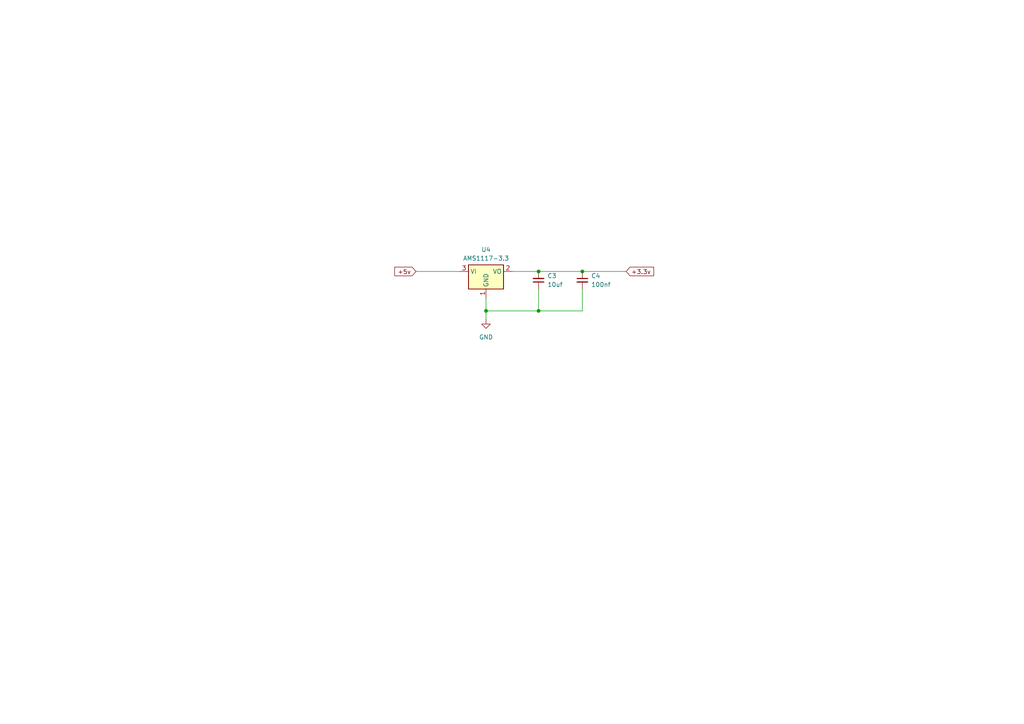
<source format=kicad_sch>
(kicad_sch (version 20230121) (generator eeschema)
  (paper "A4")
  (lib_symbols
    (symbol "Device:C_Small" (pin_numbers hide) (pin_names (offset 0.254) hide)
      (property "Reference" "C" (at 0.254 1.778 0))
      (property "Value" "C_Small" (at 0.254 -2.032 0))
      (symbol "C_Small_0_1"
        (polyline (pts (xy -1.524 -0.508) (xy 1.524 -0.508)) (stroke (width 0.3302)))
        (polyline (pts (xy -1.524 0.508) (xy 1.524 0.508)) (stroke (width 0.3048)))
      )
      (symbol "C_Small_1_1"
        (pin passive line (at 0 2.54 270) (length 2.032) (name "~") (number "1"))
        (pin passive line (at 0 -2.54 90) (length 2.032) (name "~") (number "2"))
      )
    )
    (symbol "Regulator_Linear:AMS1117-3.3"
      (property "Reference" "U" (at -3.81 3.175 0))
      (property "Value" "AMS1117-3.3" (at 0 3.175 0))
      (symbol "AMS1117-3.3_0_1"
        (rectangle (start -5.08 -5.08) (end 5.08 1.905) (stroke (width 0.254)) (fill (type background)))
      )
      (symbol "AMS1117-3.3_1_1"
        (pin power_in line (at 0 -7.62 90) (length 2.54) (name "GND") (number "1"))
        (pin power_out line (at 7.62 0 180) (length 2.54) (name "VO") (number "2"))
        (pin power_in line (at -7.62 0 0) (length 2.54) (name "VI") (number "3"))
      )
    )
    (symbol "power:GND" (power) (pin_names (offset 0))
      (property "Value" "GND" (at 0 -3.81 0))
      (symbol "GND_0_1"
        (polyline (pts (xy 0 0) (xy 0 -1.27) (xy 1.27 -1.27) (xy 0 -2.54) (xy -1.27 -1.27) (xy 0 -1.27)))
      )
      (symbol "GND_1_1"
        (pin power_in line (at 0 0 270) (length 0) hide (name "GND") (number "1"))
      )
    )
  )
  (junction (at 156.21 78.74))
  (junction (at 140.97 90.17))
  (junction (at 156.21 90.17))
  (junction (at 168.91 78.74))
  (wire (pts (xy 156.21 83.82) (xy 156.21 90.17)))
  (wire (pts (xy 156.21 90.17) (xy 140.97 90.17)))
  (wire (pts (xy 168.91 90.17) (xy 156.21 90.17)))
  (wire (pts (xy 156.21 78.74) (xy 168.91 78.74)))
  (wire (pts (xy 168.91 83.82) (xy 168.91 90.17)))
  (wire (pts (xy 148.59 78.74) (xy 156.21 78.74)))
  (wire (pts (xy 140.97 86.36) (xy 140.97 90.17)))
  (wire (pts (xy 168.91 78.74) (xy 181.61 78.74)))
  (wire (pts (xy 140.97 90.17) (xy 140.97 92.71)))
  (wire (pts (xy 120.65 78.74) (xy 133.35 78.74)))
  (global_label "+5v" (shape input) (at 120.65 78.74 180) (property "Intersheetrefs" "${INTERSHEET_REFS}" (effects hide)))
  (global_label "+3.3v" (shape input) (at 181.61 78.74 0) (property "Intersheetrefs" "${INTERSHEET_REFS}" (effects hide)))
  (symbol (lib_id "Device:C_Small") (at 156.21 81.28 180) (unit 1)
    (property "Reference" "C3" (at 158.75 80.0036 0) (effects (justify right)))
    (property "Value" "10uf" (at 158.75 82.5436 0) (effects (justify right)))
    (property "Footprint" "Capacitor_SMD:C_0201_0603Metric" (effects hide))
  )
  (symbol (lib_id "Regulator_Linear:AMS1117-3.3") (at 140.97 78.74 0) (unit 1)
    (property "Reference" "U4" (at 140.97 72.39 0))
    (property "Value" "AMS1117-3.3" (at 140.97 74.93 0))
    (property "Footprint" "Package_TO_SOT_SMD:SOT-223-3_TabPin2" (effects hide))
    (property "Datasheet" "http://www.advanced-monolithic.com/pdf/ds1117.pdf" (effects hide))
  )
  (symbol (lib_id "Device:C_Small") (at 168.91 81.28 0) (unit 1)
    (property "Reference" "C4" (at 171.45 80.0163 0) (effects (justify left)))
    (property "Value" "100nf" (at 171.45 82.5563 0) (effects (justify left)))
    (property "Footprint" "Capacitor_SMD:C_0201_0603Metric" (effects hide))
  )
  (symbol (lib_id "power:GND") (at 140.97 92.71 0) (unit 1)
    (property "Reference" "#PWR05" (effects hide))
    (property "Value" "GND" (at 140.97 97.79 0))
  )
)
</source>
